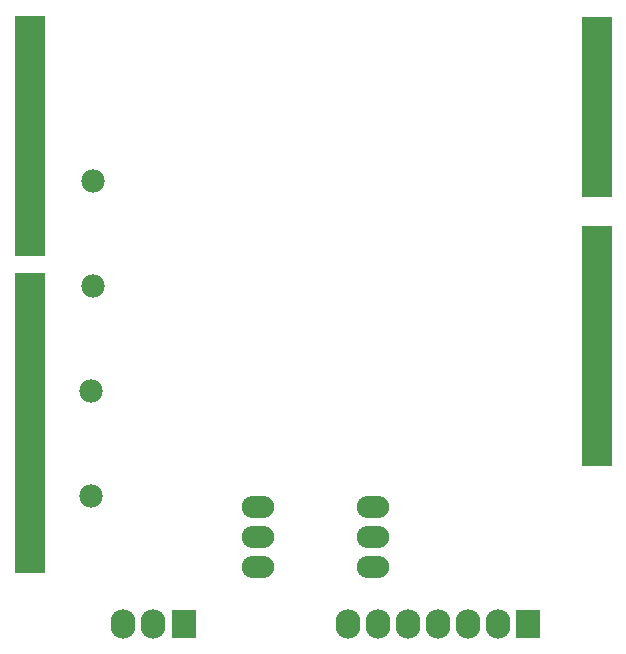
<source format=gts>
G04 Layer_Color=8388736*
%FSTAX24Y24*%
%MOIN*%
G70*
G01*
G75*
%ADD20C,0.0780*%
%ADD21O,0.1080X0.0740*%
%ADD22R,0.0986X0.0986*%
%ADD23O,0.0830X0.0980*%
%ADD24R,0.0830X0.0980*%
D20*
X03795Y03745D02*
D03*
Y03395D02*
D03*
X0379Y03045D02*
D03*
Y02695D02*
D03*
D21*
X0473Y0266D02*
D03*
Y0256D02*
D03*
Y0246D02*
D03*
X04345Y0266D02*
D03*
Y0256D02*
D03*
Y0246D02*
D03*
D22*
X054749Y037417D02*
D03*
Y038417D02*
D03*
Y039417D02*
D03*
Y040417D02*
D03*
Y041417D02*
D03*
Y042417D02*
D03*
Y028441D02*
D03*
Y029441D02*
D03*
Y030441D02*
D03*
Y031441D02*
D03*
Y032441D02*
D03*
Y033441D02*
D03*
Y034441D02*
D03*
Y035441D02*
D03*
X035851Y042472D02*
D03*
Y041472D02*
D03*
Y035472D02*
D03*
Y036472D02*
D03*
Y037472D02*
D03*
Y038472D02*
D03*
Y039472D02*
D03*
Y040472D02*
D03*
Y027898D02*
D03*
Y028898D02*
D03*
Y029898D02*
D03*
Y030898D02*
D03*
Y031898D02*
D03*
Y032898D02*
D03*
Y033898D02*
D03*
Y026898D02*
D03*
Y025898D02*
D03*
Y024898D02*
D03*
D23*
X04745Y022703D02*
D03*
X04945D02*
D03*
X05045D02*
D03*
X05145D02*
D03*
X04845D02*
D03*
X04645D02*
D03*
X03995Y0227D02*
D03*
X03895D02*
D03*
D24*
X05245Y022703D02*
D03*
X041Y0227D02*
D03*
M02*

</source>
